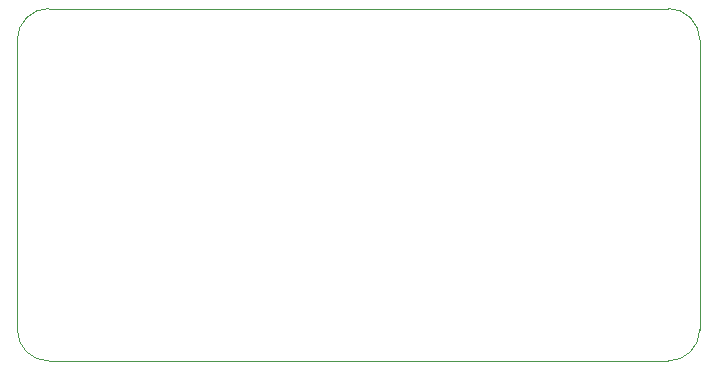
<source format=gbr>
%TF.GenerationSoftware,Altium Limited,Altium Designer,24.4.1 (13)*%
G04 Layer_Color=0*
%FSLAX45Y45*%
%MOMM*%
%TF.SameCoordinates,62A203F9-3C5A-4200-B48A-7B08D2958CDC*%
%TF.FilePolarity,Positive*%
%TF.FileFunction,Profile,NP*%
%TF.Part,Single*%
G01*
G75*
%TA.AperFunction,Profile*%
%ADD30C,0.02540*%
D30*
X11036262Y7150100D02*
Y9474200D01*
X11036262Y9474257D01*
Y9601200D01*
D02*
G02*
X11302857Y9867938I266738J-0D01*
G01*
X11303000Y9867939D01*
X16243300Y9867938D01*
X16052800Y9867938D01*
X16548100D01*
D02*
G02*
X16814838Y9601200I0J-266738D01*
G01*
Y7404100D01*
X16814838Y7150100D01*
D02*
G02*
X16548100Y6883362I-266738J-0D01*
G01*
X11303114Y6883362D01*
X11303000Y6883362D01*
D02*
G02*
X11036262Y7150100I0J266738D01*
G01*
%TF.MD5,359db09fad1f6ece1de8102e3fbc04ff*%
M02*

</source>
